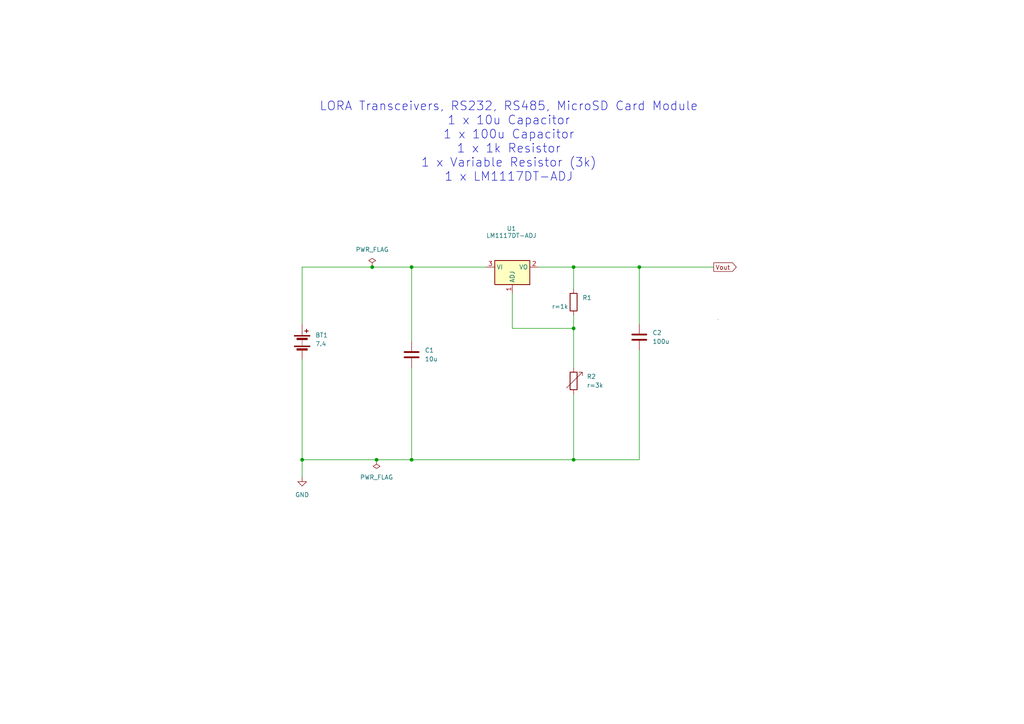
<source format=kicad_sch>
(kicad_sch (version 20231120) (generator "eeschema") (generator_version "8.0")
  (paper "A4")
  (lib_symbols
    (symbol "Device:Battery" (pin_numbers hide) (pin_names (offset 0) hide)
      (property "Reference" "BT" (at 2.54 2.54 0))
      (property "Value" "Battery" (at 2.54 0 0))
      (symbol "Battery_0_1"
        (rectangle (start -2.286 -1.27) (end 2.286 -1.524) (fill (type outline)))
        (rectangle (start -2.286 1.778) (end 2.286 1.524) (fill (type outline)))
        (rectangle (start -1.524 -2.032) (end 1.524 -2.54) (fill (type outline)))
        (rectangle (start -1.524 1.016) (end 1.524 0.508) (fill (type outline)))
        (polyline (pts (xy 0 -1.016) (xy 0 -0.762)))
        (polyline (pts (xy 0 -0.508) (xy 0 -0.254)))
        (polyline (pts (xy 0 0) (xy 0 0.254)))
        (polyline (pts (xy 0 1.778) (xy 0 2.54)))
        (polyline (pts (xy 0.762 3.048) (xy 1.778 3.048)) (stroke (width 0.254)))
        (polyline (pts (xy 1.27 3.556) (xy 1.27 2.54)) (stroke (width 0.254)))
      )
      (symbol "Battery_1_1"
        (pin passive line (at 0 5.08 270) (length 2.54) (name "+") (number "1"))
        (pin passive line (at 0 -5.08 90) (length 2.54) (name "-") (number "2"))
      )
    )
    (symbol "Device:C" (pin_numbers hide) (pin_names (offset 0.254))
      (property "Reference" "C" (at 0.635 2.54 0))
      (property "Value" "C" (at 0.635 -2.54 0))
      (symbol "C_0_1"
        (polyline (pts (xy -2.032 -0.762) (xy 2.032 -0.762)) (stroke (width 0.508)))
        (polyline (pts (xy -2.032 0.762) (xy 2.032 0.762)) (stroke (width 0.508)))
      )
      (symbol "C_1_1"
        (pin passive line (at 0 3.81 270) (length 2.794) (name "~") (number "1"))
        (pin passive line (at 0 -3.81 90) (length 2.794) (name "~") (number "2"))
      )
    )
    (symbol "Device:R" (pin_numbers hide) (pin_names (offset 0))
      (property "Reference" "R" (at 2.032 0 90))
      (property "Value" "R" (at 0 0 90))
      (symbol "R_0_1"
        (rectangle (start -1.016 -2.54) (end 1.016 2.54) (stroke (width 0.254)))
      )
      (symbol "R_1_1"
        (pin passive line (at 0 3.81 270) (length 1.27) (name "~") (number "1"))
        (pin passive line (at 0 -3.81 90) (length 1.27) (name "~") (number "2"))
      )
    )
    (symbol "Device:R_Variable" (pin_numbers hide) (pin_names (offset 0))
      (property "Reference" "R" (at 2.54 -2.54 90))
      (property "Value" "R_Variable" (at -2.54 -1.27 90))
      (symbol "R_Variable_0_1"
        (rectangle (start -1.016 -2.54) (end 1.016 2.54) (stroke (width 0.254)))
        (polyline (pts (xy 2.54 1.524) (xy 2.54 2.54) (xy 1.524 2.54) (xy 2.54 2.54) (xy -2.032 -2.032)))
      )
      (symbol "R_Variable_1_1"
        (pin passive line (at 0 3.81 270) (length 1.27) (name "~") (number "1"))
        (pin passive line (at 0 -3.81 90) (length 1.27) (name "~") (number "2"))
      )
    )
    (symbol "Regulator_Linear:LM1117DT-ADJ"
      (property "Reference" "U" (at -3.81 3.175 0))
      (property "Value" "LM1117DT-ADJ" (at 0 3.175 0))
      (symbol "LM1117DT-ADJ_0_1"
        (rectangle (start -5.08 -5.08) (end 5.08 1.905) (stroke (width 0.254)) (fill (type background)))
      )
      (symbol "LM1117DT-ADJ_1_1"
        (pin input line (at 0 -7.62 90) (length 2.54) (name "ADJ") (number "1"))
        (pin power_out line (at 7.62 0 180) (length 2.54) (name "VO") (number "2"))
        (pin power_in line (at -7.62 0 0) (length 2.54) (name "VI") (number "3"))
      )
    )
    (symbol "power:GND" (power) (pin_numbers hide) (pin_names (offset 0) hide)
      (property "Value" "GND" (at 0 -3.81 0))
      (symbol "GND_0_1"
        (polyline (pts (xy 0 0) (xy 0 -1.27) (xy 1.27 -1.27) (xy 0 -2.54) (xy -1.27 -1.27) (xy 0 -1.27)))
      )
      (symbol "GND_1_1"
        (pin power_in line (at 0 0 270) (length 0) (name "~") (number "1"))
      )
    )
    (symbol "power:PWR_FLAG" (power) (pin_numbers hide) (pin_names (offset 0) hide)
      (property "Value" "PWR_FLAG" (at 0 3.81 0))
      (symbol "PWR_FLAG_0_0"
        (pin power_out line (at 0 0 90) (length 0) (name "~") (number "1"))
      )
      (symbol "PWR_FLAG_0_1"
        (polyline (pts (xy 0 0) (xy 0 1.27) (xy -1.016 1.905) (xy 0 2.54) (xy 1.016 1.905) (xy 0 1.27)))
      )
    )
  )
  (junction (at 166.37 95.25))
  (junction (at 119.38 133.35))
  (junction (at 166.37 77.47))
  (junction (at 109.22 133.35))
  (junction (at 166.37 133.35))
  (junction (at 185.42 77.47))
  (junction (at 119.38 77.47))
  (junction (at 107.95 77.47))
  (junction (at 87.63 133.35))
  (wire (pts (xy 148.59 95.25) (xy 166.37 95.25)))
  (wire (pts (xy 185.42 77.47) (xy 185.42 93.98)))
  (wire (pts (xy 119.38 77.47) (xy 140.97 77.47)))
  (wire (pts (xy 119.38 133.35) (xy 166.37 133.35)))
  (wire (pts (xy 156.21 77.47) (xy 166.37 77.47)))
  (wire (pts (xy 166.37 95.25) (xy 166.37 106.68)))
  (wire (pts (xy 87.63 104.14) (xy 87.63 133.35)))
  (wire (pts (xy 87.63 77.47) (xy 87.63 93.98)))
  (wire (pts (xy 87.63 133.35) (xy 109.22 133.35)))
  (wire (pts (xy 185.42 77.47) (xy 207.01 77.47)))
  (wire (pts (xy 87.63 133.35) (xy 87.63 138.43)))
  (wire (pts (xy 119.38 106.68) (xy 119.38 133.35)))
  (wire (pts (xy 166.37 83.82) (xy 166.37 77.47)))
  (wire (pts (xy 109.22 133.35) (xy 119.38 133.35)))
  (wire (pts (xy 166.37 133.35) (xy 185.42 133.35)))
  (wire (pts (xy 166.37 77.47) (xy 185.42 77.47)))
  (wire (pts (xy 107.95 77.47) (xy 119.38 77.47)))
  (wire (pts (xy 87.63 77.47) (xy 107.95 77.47)))
  (wire (pts (xy 166.37 91.44) (xy 166.37 95.25)))
  (wire (pts (xy 148.59 85.09) (xy 148.59 95.25)))
  (wire (pts (xy 119.38 99.06) (xy 119.38 77.47)))
  (wire (pts (xy 166.37 114.3) (xy 166.37 133.35)))
  (wire (pts (xy 185.42 101.6) (xy 185.42 133.35)))
  (rectangle (start 208.28 92.71) (end 208.28 92.71))
  (text "LORA Transceivers, RS232, RS485, MicroSD Card Module\n1 x 10u Capacitor\n1 x 100u Capacitor\n1 x 1k Resistor\n1 x Variable Resistor (3k)\n1 x LM1117DT-ADJ" (at 147.574 41.148 0) (effects (font (size 2.54 2.54))))
  (global_label "Vout" (shape output) (at 207.01 77.47 0) (property "Intersheetrefs" "${INTERSHEET_REFS}" (effects (hide yes))))
  (symbol (lib_id "power:GND") (at 87.63 138.43 0) (unit 1)
    (property "Reference" "#PWR01" (effects (hide yes)))
    (property "Value" "GND" (at 87.63 143.51 0))
    (property "Description" "Power symbol creates a global label with name \"GND\" , ground" (effects (hide yes)))
  )
  (symbol (lib_id "Device:Battery") (at 87.63 99.06 0) (unit 1)
    (property "Reference" "BT1" (at 91.44 97.2184 0) (effects (justify left)))
    (property "Value" "7.4" (at 91.44 99.7584 0) (effects (justify left)))
    (property "Description" "Multiple-cell battery" (effects (hide yes)))
    (property "Sim.Device" "V" (effects (hide yes)))
    (property "Sim.Type" "DC" (effects (hide yes)))
    (property "Sim.Pins" "1=+ 2=-" (effects (hide yes)))
    (property "Sim.Params" "dc=7.4" (effects (hide yes)))
  )
  (symbol (lib_id "Device:C") (at 185.42 97.79 0) (unit 1) (exclude_from_sim yes)
    (property "Reference" "C2" (at 189.23 96.5199 0) (effects (justify left)))
    (property "Value" "100u" (at 189.23 99.0599 0) (effects (justify left)))
    (property "Description" "Unpolarized capacitor" (effects (hide yes)))
  )
  (symbol (lib_id "Regulator_Linear:LM1117DT-ADJ") (at 148.59 77.47 0) (unit 1)
    (property "Reference" "U1" (at 148.336 66.294 0))
    (property "Value" "LM1117DT-ADJ" (at 148.336 68.326 0))
    (property "Footprint" "Package_TO_SOT_SMD:TO-252-3_TabPin2" (effects (hide yes)))
    (property "Datasheet" "http://www.ti.com/lit/ds/symlink/lm1117.pdf" (effects (hide yes)))
    (property "Description" "800mA Low-Dropout Linear Regulator, adjustable output, TO-252" (effects (hide yes)))
    (property "Sim.Library" "/Users/ankona.pahari/Downloads/LM1117_N_ADJ_TRANS.LIB" (effects (hide yes)))
    (property "Sim.Name" "LM1117_N_ADJ_TRANS" (effects (hide yes)))
    (property "Sim.Device" "SUBCKT" (effects (hide yes)))
    (property "Sim.Pins" "1=ADJ 2=OUT 3=IN" (effects (hide yes)))
  )
  (symbol (lib_id "power:PWR_FLAG") (at 107.95 77.47 0) (unit 1)
    (property "Reference" "#FLG01" (effects (hide yes)))
    (property "Value" "PWR_FLAG" (at 107.95 72.39 0))
    (property "Description" "Special symbol for telling ERC where power comes from" (effects (hide yes)))
  )
  (symbol (lib_id "Device:C") (at 119.38 102.87 0) (unit 1)
    (property "Reference" "C1" (at 123.19 101.5999 0) (effects (justify left)))
    (property "Value" "10u" (at 123.19 104.1399 0) (effects (justify left)))
    (property "Description" "Unpolarized capacitor" (effects (hide yes)))
  )
  (symbol (lib_id "power:PWR_FLAG") (at 109.22 133.35 180) (unit 1)
    (property "Reference" "#FLG02" (effects (hide yes)))
    (property "Value" "PWR_FLAG" (at 109.22 138.43 0))
    (property "Description" "Special symbol for telling ERC where power comes from" (effects (hide yes)))
  )
  (symbol (lib_id "Device:R_Variable") (at 166.37 110.49 0) (unit 1)
    (property "Reference" "R2" (at 170.18 109.2199 0) (effects (justify left)))
    (property "Value" "${SIM.PARAMS}" (at 170.18 111.7599 0) (effects (justify left)))
    (property "Description" "Variable resistor" (effects (hide yes)))
    (property "Sim.Device" "R" (effects (hide yes)))
    (property "Sim.Type" "=" (effects (hide yes)))
    (property "Sim.Params" "r=3k" (effects (hide yes)))
    (property "Sim.Pins" "1=+ 2=-" (effects (hide yes)))
  )
  (symbol (lib_id "Device:R") (at 166.37 87.63 0) (unit 1)
    (property "Reference" "R1" (at 168.91 86.3599 0) (effects (justify left)))
    (property "Value" "${SIM.PARAMS}" (at 160.02 88.8999 0) (effects (justify left)))
    (property "Description" "Resistor" (effects (hide yes)))
    (property "Sim.Device" "R" (effects (hide yes)))
    (property "Sim.Type" "=" (effects (hide yes)))
    (property "Sim.Params" "r=1k" (effects (hide yes)))
    (property "Sim.Pins" "1=+ 2=-" (effects (hide yes)))
  )
)
</source>
